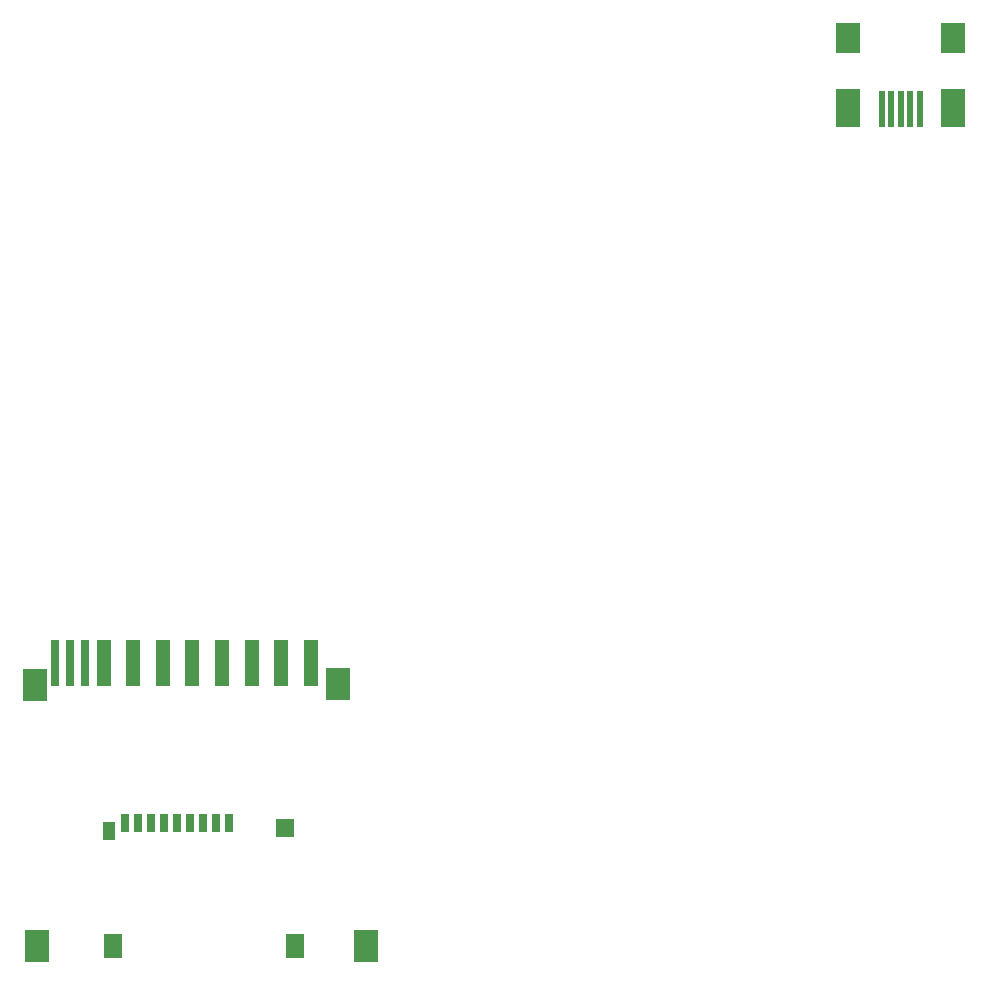
<source format=gtp>
G04 EAGLE Gerber RS-274X export*
G75*
%MOMM*%
%FSLAX34Y34*%
%LPD*%
%INTop Paste*%
%IPPOS*%
%AMOC8*
5,1,8,0,0,1.08239X$1,22.5*%
G01*
%ADD10R,2.000000X2.800000*%
%ADD11R,0.700000X4.000000*%
%ADD12R,1.200000X4.000000*%
%ADD13R,2.000000X2.500000*%
%ADD14R,2.000000X3.300000*%
%ADD15R,0.500000X3.100000*%
%ADD16R,0.762000X1.524000*%
%ADD17R,1.016000X1.524000*%
%ADD18R,1.524000X2.032000*%
%ADD19R,1.524000X1.524000*%


D10*
X90600Y23300D03*
X369600Y23300D03*
X89600Y244000D03*
D11*
X106600Y263000D03*
X131600Y263000D03*
D12*
X147600Y263000D03*
X172600Y263000D03*
X197600Y263000D03*
X272600Y263000D03*
X222600Y263000D03*
X297600Y263000D03*
X247600Y263000D03*
X322600Y263000D03*
D11*
X118600Y263000D03*
D10*
X345600Y245000D03*
D13*
X777825Y792000D03*
X866825Y792000D03*
D14*
X777825Y733000D03*
X866825Y733000D03*
D15*
X838325Y732000D03*
X830325Y732000D03*
X822325Y732000D03*
X814325Y732000D03*
X806325Y732000D03*
D16*
X253550Y127000D03*
X242550Y127000D03*
X231550Y127000D03*
X220550Y127000D03*
X209550Y127000D03*
X198550Y127000D03*
X187550Y127000D03*
X176550Y127000D03*
X165550Y127000D03*
D17*
X152090Y121000D03*
D18*
X155550Y23270D03*
D19*
X301360Y123080D03*
D18*
X309550Y23270D03*
M02*

</source>
